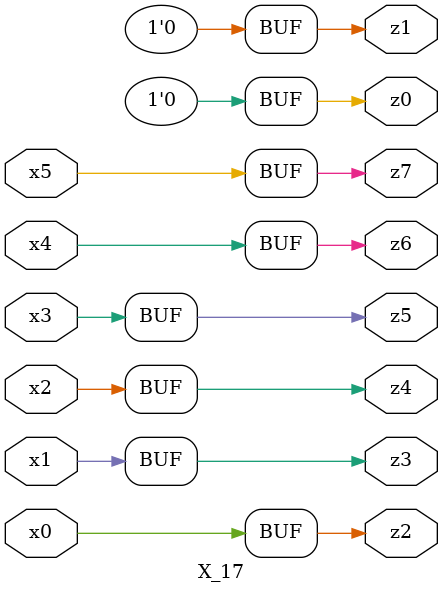
<source format=v>

module X_17 ( 
    x0, x1, x2, x3, x4, x5,
    z0, z1, z2, z3, z4, z5, z6, z7  );
  input  x0, x1, x2, x3, x4, x5;
  output z0, z1, z2, z3, z4, z5, z6, z7;
  assign z0 = 1'b0;
  assign z1 = 1'b0;
  assign z2 = x0;
  assign z3 = x1;
  assign z4 = x2;
  assign z5 = x3;
  assign z6 = x4;
  assign z7 = x5;
endmodule



</source>
